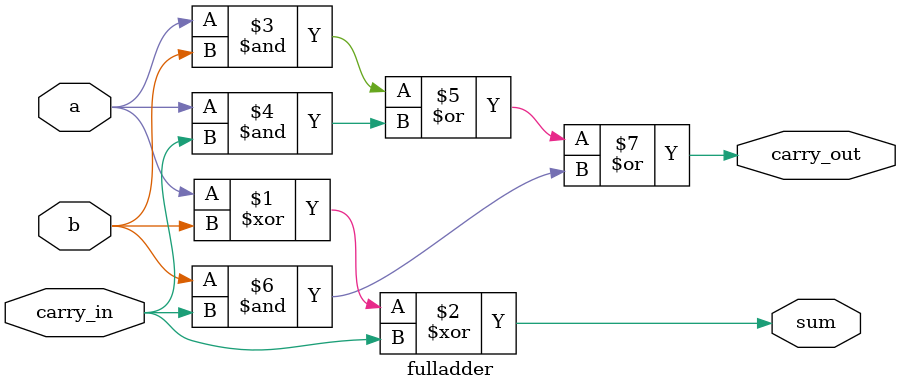
<source format=v>
module fulladder(
    input a,
    input b,
    input carry_in,
    output sum,
    output carry_out
);

    assign sum = a ^ b ^ carry_in;
    assign carry_out = (a & b) | (a & carry_in) | (b & carry_in);

endmodule
</source>
